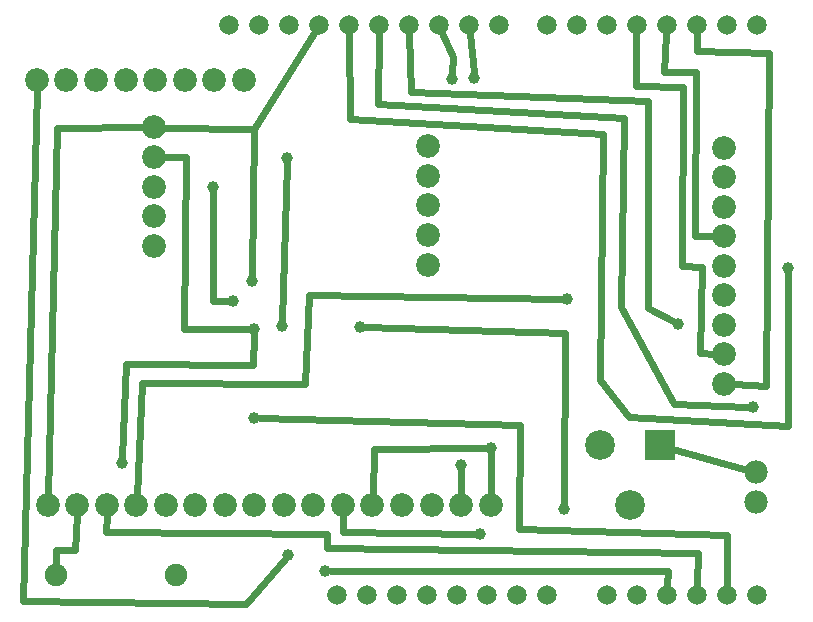
<source format=gtl>
G04 MADE WITH FRITZING*
G04 WWW.FRITZING.ORG*
G04 DOUBLE SIDED*
G04 HOLES PLATED*
G04 CONTOUR ON CENTER OF CONTOUR VECTOR*
%ASAXBY*%
%FSLAX23Y23*%
%MOIN*%
%OFA0B0*%
%SFA1.0B1.0*%
%ADD10C,0.099000*%
%ADD11C,0.075000*%
%ADD12C,0.079370*%
%ADD13C,0.078000*%
%ADD14C,0.065278*%
%ADD15C,0.039370*%
%ADD16R,0.099000X0.099000*%
%ADD17C,0.024000*%
%LNCOPPER1*%
G90*
G70*
G54D10*
X1979Y599D03*
X2179Y599D03*
X2079Y399D03*
G54D11*
X568Y166D03*
X168Y166D03*
G54D12*
X494Y1658D03*
X494Y1559D03*
X494Y1461D03*
X494Y1362D03*
X494Y1264D03*
X1616Y398D03*
X1517Y398D03*
X1419Y398D03*
X1320Y398D03*
X1222Y398D03*
X1123Y398D03*
X1025Y398D03*
X927Y398D03*
X828Y398D03*
X730Y398D03*
X631Y398D03*
X533Y398D03*
X435Y398D03*
X336Y398D03*
X238Y398D03*
X139Y398D03*
X793Y1815D03*
X694Y1815D03*
X596Y1815D03*
X498Y1815D03*
X399Y1815D03*
X301Y1815D03*
X202Y1815D03*
X104Y1815D03*
G54D13*
X2501Y508D03*
X2501Y410D03*
G54D12*
X2395Y1591D03*
X2395Y1492D03*
X2395Y1394D03*
X2395Y1296D03*
X2395Y1197D03*
X2395Y1099D03*
X2395Y1000D03*
X2395Y902D03*
X2395Y803D03*
X1407Y1201D03*
X1407Y1299D03*
X1407Y1398D03*
X1407Y1496D03*
X1407Y1595D03*
G54D14*
X2103Y100D03*
X2203Y100D03*
X2303Y100D03*
X2403Y100D03*
X2503Y100D03*
X1643Y2000D03*
X1543Y2000D03*
X1443Y2000D03*
X1343Y2000D03*
X1243Y2000D03*
X1143Y2000D03*
X1043Y2000D03*
X943Y2000D03*
X843Y2000D03*
X743Y2000D03*
X2503Y2000D03*
X2403Y2000D03*
X2303Y2000D03*
X2203Y2000D03*
X2103Y2000D03*
X2003Y2000D03*
X1903Y2000D03*
X1803Y2000D03*
X1203Y100D03*
X1103Y100D03*
X1303Y100D03*
X1403Y100D03*
X1503Y100D03*
X1603Y100D03*
X1703Y100D03*
X1803Y100D03*
X2003Y100D03*
G54D15*
X1064Y181D03*
X1580Y303D03*
X2242Y1004D03*
X2490Y725D03*
X2608Y1189D03*
X1560Y1823D03*
X942Y233D03*
X1872Y1087D03*
X1517Y532D03*
X828Y985D03*
X387Y540D03*
X828Y689D03*
X756Y1081D03*
X690Y1461D03*
X938Y1555D03*
X919Y996D03*
X1179Y992D03*
X1860Y386D03*
X820Y1146D03*
X1616Y591D03*
X1486Y1819D03*
G54D16*
X2179Y599D03*
G54D17*
X167Y248D02*
X229Y251D01*
D02*
X168Y194D02*
X167Y248D01*
D02*
X229Y251D02*
X236Y367D01*
D02*
X2364Y1296D02*
X2297Y1295D01*
D02*
X2297Y1295D02*
X2300Y1843D01*
D02*
X2300Y1843D02*
X2194Y1843D01*
D02*
X2194Y1843D02*
X2201Y1969D01*
D02*
X2426Y802D02*
X2533Y795D01*
D02*
X2533Y795D02*
X2545Y1906D01*
D02*
X2304Y1913D02*
X2303Y1969D01*
D02*
X2545Y1906D02*
X2304Y1913D01*
D02*
X2253Y1197D02*
X2257Y1792D01*
D02*
X2257Y1792D02*
X2099Y1796D01*
D02*
X2321Y1193D02*
X2253Y1197D01*
D02*
X2364Y903D02*
X2315Y905D01*
D02*
X2315Y905D02*
X2321Y1193D01*
D02*
X2099Y1796D02*
X2102Y1969D01*
D02*
X1083Y181D02*
X2206Y181D01*
D02*
X2206Y181D02*
X2204Y132D01*
D02*
X1561Y304D02*
X1124Y308D01*
D02*
X1124Y308D02*
X1124Y367D01*
D02*
X2225Y1013D02*
X2139Y1055D01*
D02*
X2139Y1055D02*
X2139Y1745D01*
D02*
X2139Y1745D02*
X1351Y1777D01*
D02*
X1351Y1777D02*
X1344Y1969D01*
D02*
X2471Y726D02*
X2226Y736D01*
D02*
X2226Y736D02*
X2052Y1059D01*
D02*
X2052Y1059D02*
X2060Y1690D01*
D02*
X1241Y1737D02*
X1243Y1969D01*
D02*
X2060Y1690D02*
X1241Y1737D01*
D02*
X2608Y1170D02*
X2607Y663D01*
D02*
X2607Y663D02*
X2077Y693D01*
D02*
X2077Y693D02*
X1982Y816D01*
D02*
X1982Y816D02*
X1990Y1635D01*
D02*
X1990Y1635D02*
X1146Y1686D01*
D02*
X1146Y1686D02*
X1143Y1969D01*
D02*
X336Y367D02*
X335Y308D01*
D02*
X335Y308D02*
X1069Y303D01*
D02*
X1069Y303D02*
X1069Y255D01*
D02*
X1069Y255D02*
X2308Y240D01*
D02*
X2308Y240D02*
X2304Y132D01*
D02*
X1559Y1842D02*
X1546Y1969D01*
D02*
X436Y429D02*
X455Y807D01*
D02*
X455Y807D02*
X997Y803D01*
D02*
X997Y803D02*
X1010Y1098D01*
D02*
X1010Y1098D02*
X1853Y1087D01*
D02*
X400Y871D02*
X824Y867D01*
D02*
X388Y559D02*
X400Y871D01*
D02*
X824Y867D02*
X828Y966D01*
D02*
X1517Y513D02*
X1517Y429D01*
D02*
X524Y1559D02*
X601Y1559D01*
D02*
X601Y1559D02*
X595Y985D01*
D02*
X595Y985D02*
X809Y985D01*
D02*
X1616Y429D02*
X1616Y572D01*
D02*
X821Y1165D02*
X828Y1654D01*
D02*
X828Y1654D02*
X1026Y1974D01*
D02*
X1223Y429D02*
X1226Y587D01*
D02*
X1226Y587D02*
X1597Y591D01*
D02*
X2472Y516D02*
X2209Y590D01*
D02*
X140Y429D02*
X171Y1657D01*
D02*
X171Y1657D02*
X463Y1658D01*
D02*
X103Y1784D02*
X57Y79D01*
D02*
X57Y79D02*
X801Y71D01*
D02*
X801Y71D02*
X930Y218D01*
D02*
X690Y1442D02*
X690Y1079D01*
D02*
X690Y1079D02*
X737Y1081D01*
D02*
X847Y689D02*
X1715Y666D01*
D02*
X1715Y666D02*
X1711Y320D01*
D02*
X1711Y320D02*
X2403Y299D01*
D02*
X2403Y299D02*
X2403Y132D01*
D02*
X1860Y405D02*
X1865Y973D01*
D02*
X1865Y973D02*
X1198Y992D01*
D02*
X919Y1015D02*
X938Y1536D01*
D02*
X828Y1654D02*
X524Y1657D01*
D02*
X1487Y1838D02*
X1489Y1894D01*
D02*
X1489Y1894D02*
X1455Y1972D01*
G04 End of Copper1*
M02*
</source>
